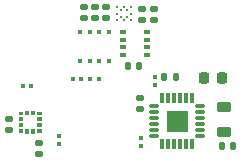
<source format=gbp>
G04 #@! TF.GenerationSoftware,KiCad,Pcbnew,(7.0.0)*
G04 #@! TF.CreationDate,2023-09-09T16:46:03-08:00*
G04 #@! TF.ProjectId,THINGY_2.0,5448494e-4759-45f3-922e-302e6b696361,rev?*
G04 #@! TF.SameCoordinates,Original*
G04 #@! TF.FileFunction,Paste,Bot*
G04 #@! TF.FilePolarity,Positive*
%FSLAX46Y46*%
G04 Gerber Fmt 4.6, Leading zero omitted, Abs format (unit mm)*
G04 Created by KiCad (PCBNEW (7.0.0)) date 2023-09-09 16:46:03*
%MOMM*%
%LPD*%
G01*
G04 APERTURE LIST*
G04 Aperture macros list*
%AMRoundRect*
0 Rectangle with rounded corners*
0 $1 Rounding radius*
0 $2 $3 $4 $5 $6 $7 $8 $9 X,Y pos of 4 corners*
0 Add a 4 corners polygon primitive as box body*
4,1,4,$2,$3,$4,$5,$6,$7,$8,$9,$2,$3,0*
0 Add four circle primitives for the rounded corners*
1,1,$1+$1,$2,$3*
1,1,$1+$1,$4,$5*
1,1,$1+$1,$6,$7*
1,1,$1+$1,$8,$9*
0 Add four rect primitives between the rounded corners*
20,1,$1+$1,$2,$3,$4,$5,0*
20,1,$1+$1,$4,$5,$6,$7,0*
20,1,$1+$1,$6,$7,$8,$9,0*
20,1,$1+$1,$8,$9,$2,$3,0*%
G04 Aperture macros list end*
%ADD10C,0.010000*%
%ADD11RoundRect,0.008100X0.126900X-0.396900X0.126900X0.396900X-0.126900X0.396900X-0.126900X-0.396900X0*%
%ADD12RoundRect,0.027000X0.378000X-0.108000X0.378000X0.108000X-0.378000X0.108000X-0.378000X-0.108000X0*%
%ADD13RoundRect,0.079500X-0.079500X-0.100500X0.079500X-0.100500X0.079500X0.100500X-0.079500X0.100500X0*%
%ADD14RoundRect,0.140000X0.170000X-0.140000X0.170000X0.140000X-0.170000X0.140000X-0.170000X-0.140000X0*%
%ADD15RoundRect,0.079500X0.100500X-0.079500X0.100500X0.079500X-0.100500X0.079500X-0.100500X-0.079500X0*%
%ADD16RoundRect,0.140000X0.140000X0.170000X-0.140000X0.170000X-0.140000X-0.170000X0.140000X-0.170000X0*%
%ADD17RoundRect,0.218750X0.381250X-0.218750X0.381250X0.218750X-0.381250X0.218750X-0.381250X-0.218750X0*%
%ADD18RoundRect,0.079500X-0.100500X0.079500X-0.100500X-0.079500X0.100500X-0.079500X0.100500X0.079500X0*%
%ADD19R,0.400000X0.400000*%
%ADD20C,0.200000*%
%ADD21RoundRect,0.140000X-0.140000X-0.170000X0.140000X-0.170000X0.140000X0.170000X-0.140000X0.170000X0*%
%ADD22R,0.500000X0.350000*%
%ADD23RoundRect,0.079500X0.079500X0.100500X-0.079500X0.100500X-0.079500X-0.100500X0.079500X-0.100500X0*%
%ADD24RoundRect,0.225000X-0.225000X-0.250000X0.225000X-0.250000X0.225000X0.250000X-0.225000X0.250000X0*%
%ADD25RoundRect,0.140000X-0.170000X0.140000X-0.170000X-0.140000X0.170000X-0.140000X0.170000X0.140000X0*%
G04 APERTURE END LIST*
G36*
X113129200Y-82946400D02*
G01*
X112829200Y-82946400D01*
X112829200Y-82696400D01*
X113129200Y-82696400D01*
X113129200Y-82946400D01*
G37*
D10*
X113129200Y-82946400D02*
X112829200Y-82946400D01*
X112829200Y-82696400D01*
X113129200Y-82696400D01*
X113129200Y-82946400D01*
G36*
X113129200Y-82446400D02*
G01*
X112829200Y-82446400D01*
X112829200Y-82196400D01*
X113129200Y-82196400D01*
X113129200Y-82446400D01*
G37*
X113129200Y-82446400D02*
X112829200Y-82446400D01*
X112829200Y-82196400D01*
X113129200Y-82196400D01*
X113129200Y-82446400D01*
G36*
X113129200Y-81946400D02*
G01*
X112829200Y-81946400D01*
X112829200Y-81696400D01*
X113129200Y-81696400D01*
X113129200Y-81946400D01*
G37*
X113129200Y-81946400D02*
X112829200Y-81946400D01*
X112829200Y-81696400D01*
X113129200Y-81696400D01*
X113129200Y-81946400D01*
G36*
X113129200Y-81446400D02*
G01*
X112829200Y-81446400D01*
X112829200Y-81196400D01*
X113129200Y-81196400D01*
X113129200Y-81446400D01*
G37*
X113129200Y-81446400D02*
X112829200Y-81446400D01*
X112829200Y-81196400D01*
X113129200Y-81196400D01*
X113129200Y-81446400D01*
G36*
X112579200Y-82996400D02*
G01*
X112329200Y-82996400D01*
X112329200Y-82696400D01*
X112579200Y-82696400D01*
X112579200Y-82996400D01*
G37*
X112579200Y-82996400D02*
X112329200Y-82996400D01*
X112329200Y-82696400D01*
X112579200Y-82696400D01*
X112579200Y-82996400D01*
G36*
X112579200Y-81446400D02*
G01*
X112329200Y-81446400D01*
X112329200Y-81146400D01*
X112579200Y-81146400D01*
X112579200Y-81446400D01*
G37*
X112579200Y-81446400D02*
X112329200Y-81446400D01*
X112329200Y-81146400D01*
X112579200Y-81146400D01*
X112579200Y-81446400D01*
G36*
X112079200Y-82996400D02*
G01*
X111829200Y-82996400D01*
X111829200Y-82696400D01*
X112079200Y-82696400D01*
X112079200Y-82996400D01*
G37*
X112079200Y-82996400D02*
X111829200Y-82996400D01*
X111829200Y-82696400D01*
X112079200Y-82696400D01*
X112079200Y-82996400D01*
G36*
X112079200Y-81446400D02*
G01*
X111829200Y-81446400D01*
X111829200Y-81146400D01*
X112079200Y-81146400D01*
X112079200Y-81446400D01*
G37*
X112079200Y-81446400D02*
X111829200Y-81446400D01*
X111829200Y-81146400D01*
X112079200Y-81146400D01*
X112079200Y-81446400D01*
G36*
X111579200Y-82946400D02*
G01*
X111279200Y-82946400D01*
X111279200Y-82696400D01*
X111579200Y-82696400D01*
X111579200Y-82946400D01*
G37*
X111579200Y-82946400D02*
X111279200Y-82946400D01*
X111279200Y-82696400D01*
X111579200Y-82696400D01*
X111579200Y-82946400D01*
G36*
X111579200Y-82446400D02*
G01*
X111279200Y-82446400D01*
X111279200Y-82196400D01*
X111579200Y-82196400D01*
X111579200Y-82446400D01*
G37*
X111579200Y-82446400D02*
X111279200Y-82446400D01*
X111279200Y-82196400D01*
X111579200Y-82196400D01*
X111579200Y-82446400D01*
G36*
X111579200Y-81946400D02*
G01*
X111279200Y-81946400D01*
X111279200Y-81696400D01*
X111579200Y-81696400D01*
X111579200Y-81946400D01*
G37*
X111579200Y-81946400D02*
X111279200Y-81946400D01*
X111279200Y-81696400D01*
X111579200Y-81696400D01*
X111579200Y-81946400D01*
G36*
X111579200Y-81446400D02*
G01*
X111279200Y-81446400D01*
X111279200Y-81196400D01*
X111579200Y-81196400D01*
X111579200Y-81446400D01*
G37*
X111579200Y-81446400D02*
X111279200Y-81446400D01*
X111279200Y-81196400D01*
X111579200Y-81196400D01*
X111579200Y-81446400D01*
G36*
X125521200Y-82847000D02*
G01*
X123821200Y-82847000D01*
X123821200Y-81147000D01*
X125521200Y-81147000D01*
X125521200Y-82847000D01*
G37*
X125521200Y-82847000D02*
X123821200Y-82847000D01*
X123821200Y-81147000D01*
X125521200Y-81147000D01*
X125521200Y-82847000D01*
D11*
X125921200Y-83947000D03*
X125421200Y-83947000D03*
X124921200Y-83947000D03*
X124421200Y-83947000D03*
X123921200Y-83947000D03*
X123921200Y-83947000D03*
X123421200Y-83947000D03*
D12*
X122721200Y-83247000D03*
X122721200Y-82747000D03*
X122721200Y-82247000D03*
X122721200Y-81747000D03*
X122721200Y-81247000D03*
X122721200Y-80747000D03*
D11*
X123421200Y-80047000D03*
X123921200Y-80047000D03*
X124421200Y-80047000D03*
X124921200Y-80047000D03*
X125421200Y-80047000D03*
X125921200Y-80047000D03*
D12*
X126621200Y-80747000D03*
X126621200Y-81247000D03*
X126621200Y-81747000D03*
X126621200Y-82247000D03*
X126621200Y-82747000D03*
X126621200Y-83247000D03*
D13*
X115896000Y-78435200D03*
X116586000Y-78435200D03*
D14*
X121742200Y-73477000D03*
X121742200Y-72517000D03*
D15*
X122789964Y-78974600D03*
X122789964Y-78284600D03*
D16*
X124569964Y-78304600D03*
X123609964Y-78304600D03*
D17*
X128664964Y-82942100D03*
X128664964Y-80817100D03*
D18*
X121666000Y-83398800D03*
X121666000Y-84088800D03*
D19*
X116494963Y-76884599D03*
X117294963Y-76884599D03*
X117294963Y-76884599D03*
X118094963Y-76884599D03*
X118894963Y-76884599D03*
X118894963Y-74484599D03*
X118094963Y-74484599D03*
X117294963Y-74484599D03*
X116494963Y-74484599D03*
D14*
X110490000Y-82776000D03*
X110490000Y-81816000D03*
X116796400Y-73306400D03*
X116796400Y-72346400D03*
X121507364Y-80977000D03*
X121507364Y-80017000D03*
D20*
X119626800Y-72336600D03*
X119626800Y-72902600D03*
X119626800Y-73468600D03*
X119909800Y-72619600D03*
X119909800Y-73185600D03*
X120192800Y-72336600D03*
X120192800Y-73468600D03*
X120475800Y-72619600D03*
X120475800Y-73185600D03*
X120758800Y-72336600D03*
X120758800Y-72902600D03*
X120758800Y-73468600D03*
D14*
X117736200Y-73306400D03*
X117736200Y-72346400D03*
D21*
X128454964Y-84129600D03*
X129414964Y-84129600D03*
D16*
X121479364Y-77343000D03*
X120519364Y-77343000D03*
D18*
X114681000Y-83282000D03*
X114681000Y-83972000D03*
D22*
X120116599Y-74453199D03*
X120116599Y-75103199D03*
X120116599Y-75753199D03*
X120116599Y-76403199D03*
X122166599Y-76403199D03*
X122166599Y-75753199D03*
X122166599Y-75103199D03*
X122166599Y-74453199D03*
D23*
X112308200Y-78994000D03*
X111618200Y-78994000D03*
D24*
X126964964Y-78379600D03*
X128514964Y-78379600D03*
D25*
X118676000Y-72346400D03*
X118676000Y-73306400D03*
D14*
X122707400Y-73479600D03*
X122707400Y-72519600D03*
D25*
X112964964Y-83819600D03*
X112964964Y-84779600D03*
D23*
X118033800Y-78460600D03*
X117343800Y-78460600D03*
M02*

</source>
